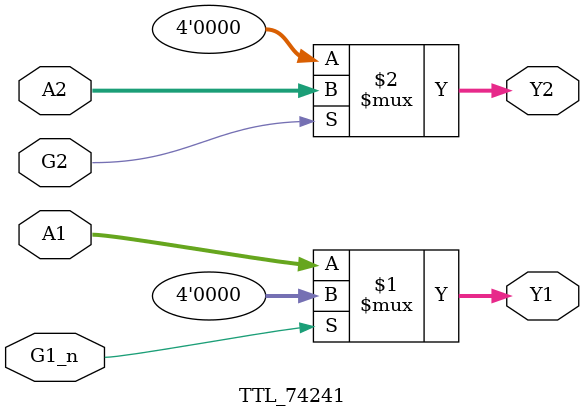
<source format=v>
/******************************************************************************
 ** Component : TTL_74241                                                    **
 ** buffers with TTL-compatible CMOS inputs and 3-state outputs              **
 ** https://www.ti.com/product/SN74ABT241A                                   **
 *****************************************************************************/

module TTL_74241
(  
   input  [3:0] A1,
   output [3:0] Y1,
   input        G1_n,


   input  [3:0] A2,
   output [3:0] Y2,
   input        G2
);
 
   assign Y1[3:0] = G1_n ? 4'b0     : A1[3:0];
   assign Y2[3:0] = G2   ? A2[3:0]  : 4'b0;

endmodule

</source>
